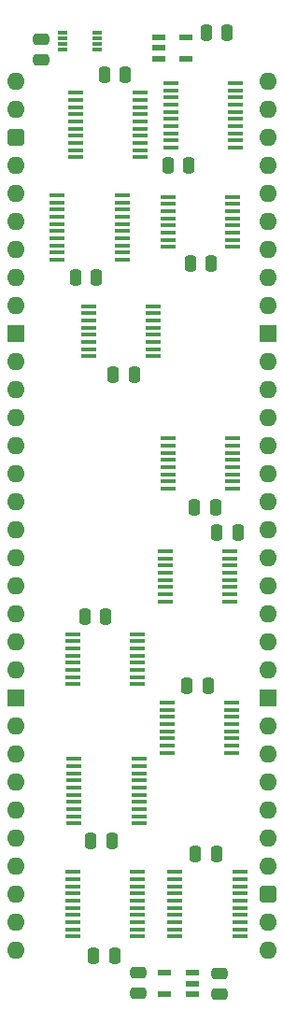
<source format=gts>
%TF.GenerationSoftware,KiCad,Pcbnew,8.0.4*%
%TF.CreationDate,2024-08-22T13:11:36+02:00*%
%TF.ProjectId,Counter 24bit with IO,436f756e-7465-4722-9032-346269742077,rev?*%
%TF.SameCoordinates,PX54c81a0PY37b6b20*%
%TF.FileFunction,Soldermask,Top*%
%TF.FilePolarity,Negative*%
%FSLAX46Y46*%
G04 Gerber Fmt 4.6, Leading zero omitted, Abs format (unit mm)*
G04 Created by KiCad (PCBNEW 8.0.4) date 2024-08-22 13:11:36*
%MOMM*%
%LPD*%
G01*
G04 APERTURE LIST*
G04 Aperture macros list*
%AMRoundRect*
0 Rectangle with rounded corners*
0 $1 Rounding radius*
0 $2 $3 $4 $5 $6 $7 $8 $9 X,Y pos of 4 corners*
0 Add a 4 corners polygon primitive as box body*
4,1,4,$2,$3,$4,$5,$6,$7,$8,$9,$2,$3,0*
0 Add four circle primitives for the rounded corners*
1,1,$1+$1,$2,$3*
1,1,$1+$1,$4,$5*
1,1,$1+$1,$6,$7*
1,1,$1+$1,$8,$9*
0 Add four rect primitives between the rounded corners*
20,1,$1+$1,$2,$3,$4,$5,0*
20,1,$1+$1,$4,$5,$6,$7,0*
20,1,$1+$1,$6,$7,$8,$9,0*
20,1,$1+$1,$8,$9,$2,$3,0*%
G04 Aperture macros list end*
%ADD10R,1.250000X0.600000*%
%ADD11RoundRect,0.250000X-0.250000X-0.475000X0.250000X-0.475000X0.250000X0.475000X-0.250000X0.475000X0*%
%ADD12RoundRect,0.250000X0.250000X0.475000X-0.250000X0.475000X-0.250000X-0.475000X0.250000X-0.475000X0*%
%ADD13R,1.475000X0.450000*%
%ADD14RoundRect,0.250000X-0.475000X0.250000X-0.475000X-0.250000X0.475000X-0.250000X0.475000X0.250000X0*%
%ADD15R,1.450000X0.450000*%
%ADD16RoundRect,0.250000X0.475000X-0.250000X0.475000X0.250000X-0.475000X0.250000X-0.475000X-0.250000X0*%
%ADD17O,1.600000X1.600000*%
%ADD18RoundRect,0.400000X-0.400000X-0.400000X0.400000X-0.400000X0.400000X0.400000X-0.400000X0.400000X0*%
%ADD19R,1.600000X1.600000*%
%ADD20R,0.850000X0.300000*%
%ADD21R,1.150000X0.600000*%
G04 APERTURE END LIST*
D10*
%TO.C,IC15*%
X12974000Y3998000D03*
X12974000Y3048000D03*
X12974000Y2098000D03*
X15474000Y2098000D03*
X15474000Y3998000D03*
%TD*%
D11*
%TO.C,C13*%
X13798000Y-7620000D03*
X15698000Y-7620000D03*
%TD*%
D12*
%TO.C,C7*%
X9951000Y635000D03*
X8051000Y635000D03*
%TD*%
D13*
%TO.C,IC11*%
X19956000Y-5973000D03*
X19956000Y-5323000D03*
X19956000Y-4673000D03*
X19956000Y-4023000D03*
X19956000Y-3373000D03*
X19956000Y-2723000D03*
X19956000Y-2073000D03*
X19956000Y-1423000D03*
X19956000Y-773000D03*
X19956000Y-123000D03*
X14080000Y-123000D03*
X14080000Y-773000D03*
X14080000Y-1423000D03*
X14080000Y-2073000D03*
X14080000Y-2723000D03*
X14080000Y-3373000D03*
X14080000Y-4023000D03*
X14080000Y-4673000D03*
X14080000Y-5323000D03*
X14080000Y-5973000D03*
%TD*%
D11*
%TO.C,C5*%
X5416000Y-17780000D03*
X7316000Y-17780000D03*
%TD*%
D14*
%TO.C,C14*%
X2286000Y3855000D03*
X2286000Y1955000D03*
%TD*%
D15*
%TO.C,IC7*%
X13712000Y-56272000D03*
X13712000Y-56922000D03*
X13712000Y-57572000D03*
X13712000Y-58222000D03*
X13712000Y-58872000D03*
X13712000Y-59522000D03*
X13712000Y-60172000D03*
X13712000Y-60822000D03*
X19562000Y-60822000D03*
X19562000Y-60172000D03*
X19562000Y-59522000D03*
X19562000Y-58872000D03*
X19562000Y-58222000D03*
X19562000Y-57572000D03*
X19562000Y-56922000D03*
X19562000Y-56272000D03*
%TD*%
D16*
%TO.C,C4*%
X11104400Y-82630600D03*
X11104400Y-80730600D03*
%TD*%
D17*
%TO.C,J1*%
X0Y0D03*
X0Y-2540000D03*
D18*
X0Y-5080000D03*
D17*
X0Y-7620000D03*
X0Y-10160000D03*
X0Y-12700000D03*
X0Y-15240000D03*
X0Y-17780000D03*
X0Y-20320000D03*
D19*
X0Y-22860000D03*
D17*
X0Y-25400000D03*
X0Y-27940000D03*
X0Y-30480000D03*
X0Y-33020000D03*
X0Y-35560000D03*
X0Y-38100000D03*
X0Y-40640000D03*
X0Y-43180000D03*
X0Y-45720000D03*
X0Y-48260000D03*
X0Y-50800000D03*
X0Y-53340000D03*
D19*
X0Y-55880000D03*
D17*
X0Y-58420000D03*
X0Y-60960000D03*
X0Y-63500000D03*
X0Y-66040000D03*
X0Y-68580000D03*
X0Y-71120000D03*
X0Y-73660000D03*
X0Y-76200000D03*
X0Y-78740000D03*
X22860000Y-78740000D03*
X22860000Y-76200000D03*
D18*
X22860000Y-73660000D03*
D17*
X22860000Y-71120000D03*
X22860000Y-68580000D03*
X22860000Y-66040000D03*
X22860000Y-63500000D03*
X22860000Y-60960000D03*
X22860000Y-58420000D03*
D19*
X22860000Y-55880000D03*
D17*
X22860000Y-53340000D03*
X22860000Y-50800000D03*
X22860000Y-48260000D03*
X22860000Y-45720000D03*
X22860000Y-43180000D03*
X22860000Y-40640000D03*
X22860000Y-38100000D03*
X22860000Y-35560000D03*
X22860000Y-33020000D03*
X22860000Y-30480000D03*
X22860000Y-27940000D03*
X22860000Y-25400000D03*
D19*
X22860000Y-22860000D03*
D17*
X22860000Y-20320000D03*
X22860000Y-17780000D03*
X22860000Y-15240000D03*
X22860000Y-12700000D03*
X22860000Y-10160000D03*
X22860000Y-7620000D03*
X22860000Y-5080000D03*
X22860000Y-2540000D03*
X22860000Y0D03*
%TD*%
D12*
%TO.C,C2*%
X8173000Y-48514000D03*
X6273000Y-48514000D03*
%TD*%
D15*
%TO.C,IC10*%
X19685000Y-36890000D03*
X19685000Y-36240000D03*
X19685000Y-35590000D03*
X19685000Y-34940000D03*
X19685000Y-34290000D03*
X19685000Y-33640000D03*
X19685000Y-32990000D03*
X19685000Y-32340000D03*
X13835000Y-32340000D03*
X13835000Y-32990000D03*
X13835000Y-33640000D03*
X13835000Y-34290000D03*
X13835000Y-34940000D03*
X13835000Y-35590000D03*
X13835000Y-36240000D03*
X13835000Y-36890000D03*
%TD*%
D13*
%TO.C,IC14*%
X11066000Y-77474000D03*
X11066000Y-76824000D03*
X11066000Y-76174000D03*
X11066000Y-75524000D03*
X11066000Y-74874000D03*
X11066000Y-74224000D03*
X11066000Y-73574000D03*
X11066000Y-72924000D03*
X11066000Y-72274000D03*
X11066000Y-71624000D03*
X5190000Y-71624000D03*
X5190000Y-72274000D03*
X5190000Y-72924000D03*
X5190000Y-73574000D03*
X5190000Y-74224000D03*
X5190000Y-74874000D03*
X5190000Y-75524000D03*
X5190000Y-76174000D03*
X5190000Y-76824000D03*
X5190000Y-77474000D03*
%TD*%
D11*
%TO.C,C9*%
X16211000Y-38608000D03*
X18111000Y-38608000D03*
%TD*%
D16*
%TO.C,C8*%
X18470400Y-82681400D03*
X18470400Y-80781400D03*
%TD*%
D11*
%TO.C,C16*%
X17303200Y4470400D03*
X19203200Y4470400D03*
%TD*%
D13*
%TO.C,IC2*%
X11193000Y-67217000D03*
X11193000Y-66567000D03*
X11193000Y-65917000D03*
X11193000Y-65267000D03*
X11193000Y-64617000D03*
X11193000Y-63967000D03*
X11193000Y-63317000D03*
X11193000Y-62667000D03*
X11193000Y-62017000D03*
X11193000Y-61367000D03*
X5317000Y-61367000D03*
X5317000Y-62017000D03*
X5317000Y-62667000D03*
X5317000Y-63317000D03*
X5317000Y-63967000D03*
X5317000Y-64617000D03*
X5317000Y-65267000D03*
X5317000Y-65917000D03*
X5317000Y-66567000D03*
X5317000Y-67217000D03*
%TD*%
D15*
%TO.C,IC13*%
X19689000Y-14975000D03*
X19689000Y-14325000D03*
X19689000Y-13675000D03*
X19689000Y-13025000D03*
X19689000Y-12375000D03*
X19689000Y-11725000D03*
X19689000Y-11075000D03*
X19689000Y-10425000D03*
X13839000Y-10425000D03*
X13839000Y-11075000D03*
X13839000Y-11725000D03*
X13839000Y-12375000D03*
X13839000Y-13025000D03*
X13839000Y-13675000D03*
X13839000Y-14325000D03*
X13839000Y-14975000D03*
%TD*%
D11*
%TO.C,C12*%
X8845000Y-26543000D03*
X10745000Y-26543000D03*
%TD*%
D15*
%TO.C,IC9*%
X13585000Y-42556000D03*
X13585000Y-43206000D03*
X13585000Y-43856000D03*
X13585000Y-44506000D03*
X13585000Y-45156000D03*
X13585000Y-45806000D03*
X13585000Y-46456000D03*
X13585000Y-47106000D03*
X19435000Y-47106000D03*
X19435000Y-46456000D03*
X19435000Y-45806000D03*
X19435000Y-45156000D03*
X19435000Y-44506000D03*
X19435000Y-43856000D03*
X19435000Y-43206000D03*
X19435000Y-42556000D03*
%TD*%
D11*
%TO.C,C11*%
X6813000Y-68834000D03*
X8713000Y-68834000D03*
%TD*%
%TO.C,C10*%
X7067000Y-79248000D03*
X8967000Y-79248000D03*
%TD*%
D12*
%TO.C,C15*%
X18206000Y-69977000D03*
X16306000Y-69977000D03*
%TD*%
D15*
%TO.C,IC6*%
X12450000Y-24881000D03*
X12450000Y-24231000D03*
X12450000Y-23581000D03*
X12450000Y-22931000D03*
X12450000Y-22281000D03*
X12450000Y-21631000D03*
X12450000Y-20981000D03*
X12450000Y-20331000D03*
X6600000Y-20331000D03*
X6600000Y-20981000D03*
X6600000Y-21631000D03*
X6600000Y-22281000D03*
X6600000Y-22931000D03*
X6600000Y-23581000D03*
X6600000Y-24231000D03*
X6600000Y-24881000D03*
%TD*%
D13*
%TO.C,IC12*%
X5444000Y-1012000D03*
X5444000Y-1662000D03*
X5444000Y-2312000D03*
X5444000Y-2962000D03*
X5444000Y-3612000D03*
X5444000Y-4262000D03*
X5444000Y-4912000D03*
X5444000Y-5562000D03*
X5444000Y-6212000D03*
X5444000Y-6862000D03*
X11320000Y-6862000D03*
X11320000Y-6212000D03*
X11320000Y-5562000D03*
X11320000Y-4912000D03*
X11320000Y-4262000D03*
X11320000Y-3612000D03*
X11320000Y-2962000D03*
X11320000Y-2312000D03*
X11320000Y-1662000D03*
X11320000Y-1012000D03*
%TD*%
%TO.C,IC1*%
X14461000Y-71624000D03*
X14461000Y-72274000D03*
X14461000Y-72924000D03*
X14461000Y-73574000D03*
X14461000Y-74224000D03*
X14461000Y-74874000D03*
X14461000Y-75524000D03*
X14461000Y-76174000D03*
X14461000Y-76824000D03*
X14461000Y-77474000D03*
X20337000Y-77474000D03*
X20337000Y-76824000D03*
X20337000Y-76174000D03*
X20337000Y-75524000D03*
X20337000Y-74874000D03*
X20337000Y-74224000D03*
X20337000Y-73574000D03*
X20337000Y-72924000D03*
X20337000Y-72274000D03*
X20337000Y-71624000D03*
%TD*%
D11*
%TO.C,C3*%
X18243000Y-40894000D03*
X20143000Y-40894000D03*
%TD*%
D20*
%TO.C,IC4*%
X4267000Y4433000D03*
X4267000Y3933000D03*
X4267000Y3433000D03*
X4267000Y2933000D03*
X7417000Y2933000D03*
X7417000Y3433000D03*
X7417000Y3933000D03*
X7417000Y4433000D03*
%TD*%
D13*
%TO.C,IC3*%
X9669000Y-16133000D03*
X9669000Y-15483000D03*
X9669000Y-14833000D03*
X9669000Y-14183000D03*
X9669000Y-13533000D03*
X9669000Y-12883000D03*
X9669000Y-12233000D03*
X9669000Y-11583000D03*
X9669000Y-10933000D03*
X9669000Y-10283000D03*
X3793000Y-10283000D03*
X3793000Y-10933000D03*
X3793000Y-11583000D03*
X3793000Y-12233000D03*
X3793000Y-12883000D03*
X3793000Y-13533000D03*
X3793000Y-14183000D03*
X3793000Y-14833000D03*
X3793000Y-15483000D03*
X3793000Y-16133000D03*
%TD*%
D15*
%TO.C,IC8*%
X5203000Y-50049000D03*
X5203000Y-50699000D03*
X5203000Y-51349000D03*
X5203000Y-51999000D03*
X5203000Y-52649000D03*
X5203000Y-53299000D03*
X5203000Y-53949000D03*
X5203000Y-54599000D03*
X11053000Y-54599000D03*
X11053000Y-53949000D03*
X11053000Y-53299000D03*
X11053000Y-52649000D03*
X11053000Y-51999000D03*
X11053000Y-51349000D03*
X11053000Y-50699000D03*
X11053000Y-50049000D03*
%TD*%
D21*
%TO.C,IC5*%
X16062000Y-82672000D03*
X16062000Y-81722000D03*
X16062000Y-80772000D03*
X13462000Y-80772000D03*
X13462000Y-82672000D03*
%TD*%
D11*
%TO.C,C6*%
X15830000Y-16510000D03*
X17730000Y-16510000D03*
%TD*%
D12*
%TO.C,C1*%
X17444000Y-54737000D03*
X15544000Y-54737000D03*
%TD*%
M02*

</source>
